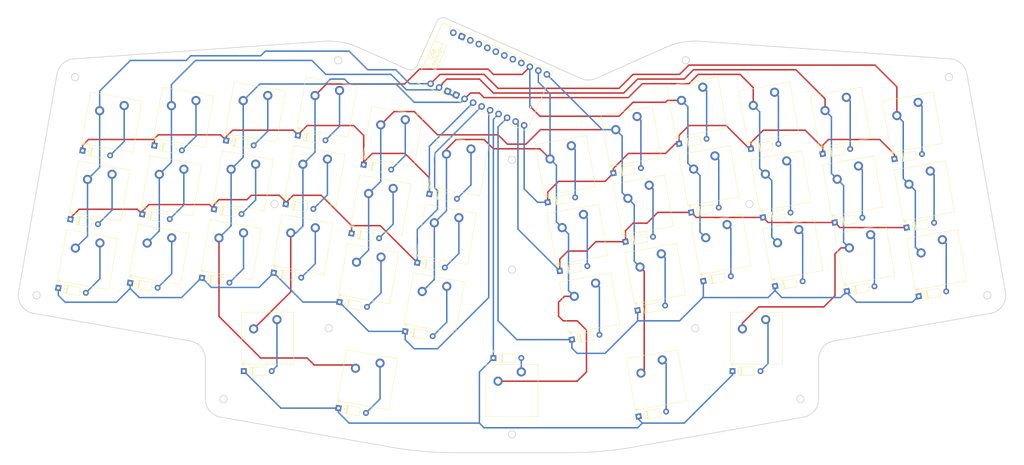
<source format=kicad_pcb>
(kicad_pcb (version 20221018) (generator pcbnew)
  (layers (0 "F.Cu" signal) (31 "B.Cu" signal) (34 "B.Paste" user) (35 "F.Paste" user) (36 "B.SilkS" user "B.Silkscreen") (37 "F.SilkS" user "F.Silkscreen") (38 "B.Mask" user) (39 "F.Mask" user) (44 "Edge.Cuts" user))
  (net 0 "")
  (net 1 "ROW0")
  (net 2 "Net-(D1-A)")
  (net 3 "Net-(D2-A)")
  (net 4 "Net-(D3-A)")
  (net 5 "Net-(D4-A)")
  (net 6 "Net-(D5-A)")
  (net 7 "Net-(D6-A)")
  (net 8 "Net-(D7-A)")
  (net 9 "Net-(D8-A)")
  (net 10 "Net-(D9-A)")
  (net 11 "Net-(D10-A)")
  (net 12 "Net-(D11-A)")
  (net 13 "Net-(D12-A)")
  (net 14 "Net-(D13-A)")
  (net 15 "Net-(D14-A)")
  (net 16 "Net-(D15-A)")
  (net 17 "Net-(D16-A)")
  (net 18 "Net-(D17-A)")
  (net 19 "Net-(D18-A)")
  (net 20 "Net-(D19-A)")
  (net 21 "Net-(D20-A)")
  (net 22 "Net-(D21-A)")
  (net 23 "Net-(D22-A)")
  (net 24 "Net-(D23-A)")
  (net 25 "Net-(D24-A)")
  (net 26 "Net-(D25-A)")
  (net 27 "Net-(D26-A)")
  (net 28 "Net-(D27-A)")
  (net 29 "Net-(D28-A)")
  (net 30 "Net-(D29-A)")
  (net 31 "Net-(D30-A)")
  (net 32 "Net-(D31-A)")
  (net 33 "Net-(D32-A)")
  (net 34 "Net-(D33-A)")
  (net 35 "Net-(D34-A)")
  (net 36 "Net-(D35-A)")
  (net 37 "Net-(D36-A)")
  (net 38 "Net-(D37-A)")
  (net 39 "Net-(D38-A)")
  (net 40 "Net-(D39-A)")
  (net 41 "Net-(D40-A)")
  (net 42 "Net-(D41-A)")
  (net 43 "COL0")
  (net 44 "COL1")
  (net 45 "COL2")
  (net 46 "COL3")
  (net 47 "COL4")
  (net 48 "COL5")
  (net 49 "GND")
  (net 53 "VCC")
  (net 56 "ROW1")
  (net 57 "ROW2")
  (net 58 "ROW3")
  (net 59 "ROW4")
  (net 60 "ROW5")
  (net 61 "ROW6")
  (footprint "Diode_THT:D_DO-35_SOD27_P7.62mm_Horizontal" (layer "F.Cu") (at 190.058447 137.791219 -10)
    (fp_text reference "D7" hide)
    (fp_text value "1N4148" hide)
  )
  (footprint "Diode_THT:D_DO-35_SOD27_P7.62mm_Horizontal" (layer "F.Cu") (at 225.631055 121.288057 10)
    (fp_text reference "D31" hide)
    (fp_text value "1N4148" hide)
  )
  (footprint "PCM_Switch_Keyboard_Cherry_MX:SW_Cherry_MX_PCB" (layer "F.Cu") (at 266.336648 95.299785 10)
    (fp_text reference "MX33" hide)
    (fp_text value "MX" hide)
  )
  (footprint "Diode_THT:D_DO-35_SOD27_P7.62mm_Horizontal" (layer "F.Cu") (at 168.545011 177.521543 -10)
    (fp_text reference "D40" hide)
    (fp_text value "1N4148" hide)
  )
  (footprint "Diode_THT:D_DO-35_SOD27_P7.62mm_Horizontal" (layer "F.Cu") (at 268.114227 142.812944 10)
    (fp_text reference "D21" hide)
    (fp_text value "1N4148" hide)
  )
  (footprint "Diode_THT:D_DO-35_SOD27_P7.62mm_Horizontal" (layer "F.Cu") (at 264.806229 124.052356 10)
    (fp_text reference "D27" hide)
    (fp_text value "1N4148" hide)
  )
  (footprint "PCM_Switch_Keyboard_Cherry_MX:SW_Cherry_MX_PCB" (layer "F.Cu") (at 149.225 158.4125)
    (fp_text reference "MX37" hide)
    (fp_text value "MX" hide)
  )
  (footprint "PCM_Switch_Keyboard_Cherry_MX:SW_Cherry_MX_PCB" (layer "F.Cu") (at 305.511823 98.064084 10)
    (fp_text reference "MX35" hide)
    (fp_text value "MX" hide)
  )
  (footprint "PCM_Switch_Keyboard_Cherry_MX:SW_Cherry_MX_PCB" (layer "F.Cu") (at 269.644646 114.060373 10)
    (fp_text reference "MX27" hide)
    (fp_text value "MX" hide)
  )
  (footprint "Diode_THT:D_DO-35_SOD27_P7.62mm_Horizontal" (layer "F.Cu") (at 276.075 167.4125)
    (fp_text reference "D41" hide)
    (fp_text value "1N4148" hide)
  )
  (footprint "PCM_Switch_Keyboard_Cherry_MX:SW_Cherry_MX_PCB" (layer "F.Cu") (at 145.875765 96.681934 -10)
    (fp_text reference "MX4" hide)
    (fp_text value "MX" hide)
  )
  (footprint "Diode_THT:D_DO-35_SOD27_P7.62mm_Horizontal" (layer "F.Cu") (at 150.883272 140.555517 -10)
    (fp_text reference "D15" hide)
    (fp_text value "1N4148" hide)
  )
  (footprint "Diode_THT:D_DO-35_SOD27_P7.62mm_Horizontal" (layer "F.Cu") (at 157.499268 103.034342 -10)
    (fp_text reference "D3" hide)
    (fp_text value "1N4148" hide)
  )
  (footprint "Diode_THT:D_DO-35_SOD27_P7.62mm_Horizontal" (layer "F.Cu") (at 228.939053 140.048645 10)
    (fp_text reference "D25" hide)
    (fp_text value "1N4148" hide)
  )
  (footprint "Diode_THT:D_DO-35_SOD27_P7.62mm_Horizontal" (layer "F.Cu") (at 92.120511 144.701964 -10)
    (fp_text reference "D18" hide)
    (fp_text value "1N4148" hide)
  )
  (footprint "PCM_Switch_Keyboard_Cherry_MX:SW_Cherry_MX_PCB" (layer "F.Cu") (at 183.39694 103.29793 -10)
    (fp_text reference "MX2" hide)
    (fp_text value "MX" hide)
  )
  (footprint "PCM_Switch_Keyboard_Cherry_MX:SW_Cherry_MX_PCB" (layer "F.Cu") (at 194.714533 148.81725 -10)
    (fp_text reference "MX13" hide)
    (fp_text value "MX" hide)
  )
  (footprint "Diode_THT:D_DO-35_SOD27_P7.62mm_Horizontal" (layer "F.Cu") (at 134.603683 123.177078 -10)
    (fp_text reference "D10" hide)
    (fp_text value "1N4148" hide)
  )
  (footprint "PCM_Switch_Keyboard_Cherry_MX:SW_Cherry_MX_PCB" (layer "F.Cu") (at 248.40306 103.29793 10)
    (fp_text reference "MX32" hide)
    (fp_text value "MX" hide)
  )
  (footprint "PCM_Switch_Keyboard_Cherry_MX:SW_Cherry_MX_PCB" (layer "F.Cu") (at 233.777469 130.056663 10)
    (fp_text reference "MX25" hide)
    (fp_text value "MX" hide)
  )
  (footprint "PCM_Switch_Keyboard_Cherry_MX:SW_Cherry_MX_PCB" (layer "F.Cu") (at 325.09941 99.446233 10)
    (fp_text reference "MX36" hide)
    (fp_text value "MX" hide)
  )
  (footprint "Diode_THT:D_DO-35_SOD27_P7.62mm_Horizontal" (layer "F.Cu") (at 137.911681 104.416491 -10)
    (fp_text reference "D4" hide)
    (fp_text value "1N4148" hide)
  )
  (footprint "Diode_THT:D_DO-35_SOD27_P7.62mm_Horizontal" (layer "F.Cu") (at 95.428509 125.941377 -10)
    (fp_text reference "D12" hide)
    (fp_text value "1N4148" hide)
  )
  (footprint "Diode_THT:D_DO-35_SOD27_P7.62mm_Horizontal" (layer "F.Cu") (at 232.24705 158.809233 10)
    (fp_text reference "D19" hide)
    (fp_text value "1N4148" hide)
  )
  (footprint "PCM_Switch_Keyboard_Cherry_MX:SW_Cherry_MX_PCB" (layer "F.Cu") (at 255.290905 169.786987 10)
    (fp_text reference "MX38" hide)
    (fp_text value "MX" hide)
  )
  (footprint "PCM_Switch_Keyboard_Cherry_MX:SW_Cherry_MX_PCB" (layer "F.Cu") (at 312.127818 135.585259 10)
    (fp_text reference "MX23" hide)
    (fp_text value "MX" hide)
  )
  (footprint "PCM_Switch_Keyboard_Cherry_MX:SW_Cherry_MX_PCB" (layer "F.Cu") (at 103.392593 118.20682 -10)
    (fp_text reference "MX12" hide)
    (fp_text value "MX" hide)
  )
  (footprint "Diode_THT:D_DO-35_SOD27_P7.62mm_Horizontal" (layer "F.Cu") (at 131.295685 141.937666 -10)
    (fp_text reference "D16" hide)
    (fp_text value "1N4148" hide)
  )
  (footprint "Diode_THT:D_DO-35_SOD27_P7.62mm_Horizontal" (layer "F.Cu") (at 246.872641 132.0505 10)
    (fp_text reference "D26" hide)
    (fp_text value "1N4148" hide)
  )
  (footprint "PCM_Switch_Keyboard_Cherry_MX:SW_Cherry_MX_PCB" (layer "F.Cu") (at 119.672182 135.585259 -10)
    (fp_text reference "MX17" hide)
    (fp_text value "MX" hide)
  )
  (footprint "Diode_THT:D_DO-35_SOD27_P7.62mm_Horizontal" (layer "F.Cu") (at 115.016096 124.559228 -10)
    (fp_text reference "D11" hide)
    (fp_text value "1N4148" hide)
  )
  (footprint "Diode_THT:D_DO-35_SOD27_P7.62mm_Horizontal" (layer "F.Cu") (at 142.725 167.4125)
    (fp_text reference "D37" hide)
    (fp_text value "1N4148" hide)
  )
  (footprint "Diode_THT:D_DO-35_SOD27_P7.62mm_Horizontal" (layer "F.Cu") (at 243.564643 113.289913 10)
    (fp_text reference "D32" hide)
    (fp_text value "1N4148" hide)
  )
  (footprint "Diode_THT:D_DO-35_SOD27_P7.62mm_Horizontal" (layer "F.Cu") (at 320.260993 109.438215 10)
    (fp_text reference "D36" hide)
    (fp_text value "1N4148" hide)
  )
  (footprint "Diode_THT:D_DO-35_SOD27_P7.62mm_Horizontal" (layer "F.Cu") (at 300.673406 108.056066 10)
    (fp_text reference "D35" hide)
    (fp_text value "1N4148" hide)
  )
  (footprint "Diode_THT:D_DO-35_SOD27_P7.62mm_Horizontal" (layer "F.Cu") (at 118.324094 105.79864 -10)
    (fp_text reference "D5" hide)
    (fp_text value "1N4148" hide)
  )
  (footprint "PCM_Switch_Keyboard_Cherry_MX:SW_Cherry_MX_PCB" (layer "F.Cu") (at 215.9 172.7)
    (fp_text reference "MX39" hide)
    (fp_text value "MX" hide)
  )
  (footprint "PCM_Switch_Keyboard_Cherry_MX:SW_Cherry_MX_PCB" (layer "F.Cu") (at 272.952644 132.820961 10)
    (fp_text reference "MX21" hide)
    (fp_text value "MX" hide)
  )
  (footprint "Diode_THT:D_DO-35_SOD27_P7.62mm_Horizontal" (layer "F.Cu") (at 175.432856 111.032486 -10)
    (fp_text reference "D2" hide)
    (fp_text value "1N4148" hide)
  )
  (footprint "PCM_Switch_Keyboard_Cherry_MX:SW_Cherry_MX_PCB" (layer "F.Cu") (at 308.81982 116.824671 10)
    (fp_text reference "MX29" hide)
    (fp_text value "MX" hide)
  )
  (footprint "PCM_Switch_Keyboard_Cherry_MX:SW_Cherry_MX_PCB" (layer "F.Cu") (at 251.711058 122.058518 10)
    (fp_text reference "MX26" hide)
    (fp_text value "MX" hide)
  )
  (footprint "PCM_Switch_Keyboard_Cherry_MX:SW_Cherry_MX_PCB" (layer "F.Cu") (at 331.715405 136.967408 10)
    (fp_text reference "MX24" hide)
    (fp_text value "MX" hide)
  )
  (footprint "PCM_Switch_Keyboard_Cherry_MX:SW_Cherry_MX_PCB" (layer "F.Cu") (at 139.259769 134.20311 -10)
    (fp_text reference "MX16" hide)
    (fp_text value "MX" hide)
  )
  (footprint "Diode_THT:D_DO-35_SOD27_P7.62mm_Horizontal" (layer "F.Cu") (at 186.750449 156.551806 -10)
    (fp_text reference "D13" hide)
    (fp_text value "1N4148" hide)
  )
  (footprint "PCM_Switch_Keyboard_Cherry_MX:SW_Cherry_MX_PCB" (layer "F.Cu") (at 237.085467 148.81725 10)
    (fp_text reference "MX19" hide)
    (fp_text value "MX" hide)
  )
  (footprint "Diode_THT:D_DO-35_SOD27_P7.62mm_Horizontal" (layer "F.Cu") (at 323.56899 128.198803 10)
    (fp_text reference "D30" hide)
    (fp_text value "1N4148" hide)
  )
  (footprint "PCM_Switch_Keyboard_Cherry_MX:SW_Cherry_MX_PCB" (layer "F.Cu") (at 328.407407 118.20682 10)
    (fp_text reference "MX30" hide)
    (fp_text value "MX" hide)
  )
  (footprint "PCM_Switch_Keyboard_Cherry_MX:SW_Cherry_MX_PCB" (layer "F.Cu") (at 285.924235 96.681935 10)
    (fp_text reference "MX34" hide)
    (fp_text value "MX" hide)
  )
  (footprint "Diode_THT:D_DO-35_SOD27_P7.62mm_Horizontal" (layer "F.Cu") (at 261.498231 105.291768 10)
    (fp_text reference "D33" hide)
    (fp_text value "1N4148" hide)
  )
  (footprint "PCM_Switch_Keyboard_Cherry_MX:SW_Cherry_MX_PCB" (layer "F.Cu") (at 176.509095 169.786987 -10)
    (fp_text reference "MX40" hide)
    (fp_text value "MX" hide)
  )
  (footprint "PCM_Switch_Keyboard_Cherry_MX:SW_Cherry_MX_PCB" (layer "F.Cu") (at 106.700591 99.446233 -10)
    (fp_text reference "MX6" hide)
    (fp_text value "MX" hide)
  )
  (footprint "Diode_THT:D_DO-35_SOD27_P7.62mm_Horizontal" (layer "F.Cu") (at 284.393816 125.434505 10)
    (fp_text reference "D28" hide)
    (fp_text value "1N4148" hide)
  )
  (footprint "Diode_THT:D_DO-35_SOD27_P7.62mm_Horizontal" (layer "F.Cu") (at 287.701814 144.195092 10)
    (fp_text reference "D22" hide)
    (fp_text value "1N4148" hide)
  )
  (footprint "Diode_THT:D_DO-35_SOD27_P7.62mm_Horizontal" (layer "F.Cu") (at 250.180639 150.811088 10)
    (fp_text reference "D20" hide)
    (fp_text value "1N4148" hide)
  )
  (footprint "PCM_Switch_Keyboard_Cherry_MX:SW_Cherry_MX_PCB" (layer "F.Cu") (at 292.540231 134.20311 10)
    (fp_text reference "MX22" hide)
    (fp_text value "MX" hide)
  )
  (footprint "PCM_Switch_Keyboard_Cherry_MX:SW_Cherry_MX_PCB" (layer "F.Cu") (at 282.575 158.4125)
    (fp_text reference "MX41" hide)
    (fp_text value "MX" hide)
  )
  (footprint "PCM_Switch_Keyboard_Cherry_MX:SW_Cherry_MX_PCB" (layer "F.Cu") (at 142.567767 115.442522 -10)
    (fp_text reference "MX10" hide)
    (fp_text value "MX" hide)
  )
  (footprint "PCM_Switch_Keyboard_Cherry_MX:SW_Cherry_MX_PCB" (layer "F.Cu") (at 198.022531 130.056663 -10)
    (fp_text reference "MX7" hide)
    (fp_text value "MX" hide)
  )
  (footprint "Diode_THT:D_DO-35_SOD27_P7.62mm_Horizontal" (layer "F.Cu") (at 193.366444 119.030631 -10)
    (fp_text reference "D1" hide)
    (fp_text value "1N4148" hide)
  )
  (footprint "Diode_THT:D_DO-35_SOD27_P7.62mm_Horizontal" (layer "F.Cu") (at 307.289401 145.577242 10)
    (fp_text reference "D23" hide)
    (fp_text value "1N4148" hide)
  )
  (footprint "PCM_Switch_Keyboard_Cherry_MX:SW_Cherry_MX_PCB" (layer "F.Cu") (at 158.847356 132.820961 -10)
    (fp_text reference "MX15" hide)
    (fp_text value "MX" hide)
  )
  (footprint "Diode_THT:D_DO-35_SOD27_P7.62mm_Horizontal" (layer "F.Cu") (at 210.82 163.83)
    (fp_text reference "D39" hide)
    (fp_text value "1N4148" hide)
  )
  (footprint "PCM_marbastlib-xp-promicroish:ProMicro_USBup" (layer "F.Cu") (at 209.55 87.63 66)
    (fp_text reference "U1" hide)
    (fp_text value "ProMicro" hide)
  )
  (footprint "Diode_THT:D_DO-35_SOD27_P7.62mm_Horizontal" (layer "F.Cu") (at 154.19127 121.794929 -10)
    (fp_text reference "D9" hide)
    (fp_text value "1N4148" hide)
  )
  (footprint "Diode_THT:D_DO-35_SOD27_P7.62mm_Horizontal" (layer "F.Cu") (at 250.452488 179.778969 10)
    (fp_text reference "D38" hide)
    (fp_text value "1N4148" hide)
  )
  (footprint "Diode_THT:D_DO-35_SOD27_P7.62mm_Horizontal" (layer "F.Cu") (at 281.085818 106.673917 10)
    (fp_text reference "D34" hide)
    (fp_text value "1N4148" hide)
  )
  (footprint "Diode_THT:D_DO-35_SOD27_P7.62mm_Horizontal" (layer "F.Cu") (at 303.981403 126.816654 10)
    (fp_text reference "D29" hide)
    (fp_text value "1N4148" hide)
  )
  (footprint "PCM_Switch_Keyboard_Cherry_MX:SW_Cherry_MX_PCB" (layer "F.Cu") (at 201.330529 111.296075 -10)
    (fp_text reference "MX1" hide)
    (fp_text value "MX" hide)
  )
  (footprint "PCM_Switch_Keyboard_Cherry_MX:SW_Cherry_MX_PCB" (layer "F.Cu") (at 122.98018 116.824671 -10)
    (fp_text reference "MX11" hide)
    (fp_text value "MX" hide)
  )
  (footprint "PCM_Switch_Keyboard_Cherry_MX:SW_Cherry_MX_PCB" (layer "F.Cu") (at 176.780945 140.819106 -10)
    (fp_text reference "MX14" hide)
    (fp_text value "MX" hide)
  )
  (footprint "PCM_Switch_Keyboard_Cherry_MX:SW_Cherry_MX_PCB" (layer "F.Cu") (at 289.232233 115.442522 10)
    (fp_text reference "MX28" hide)
    (fp_text value "MX" hide)
  )
  (footprint "Diode_THT:D_DO-35_SOD27_P7.62mm_Horizontal" (layer "F.Cu") (at 172.124858 129.793074 -10)
    (fp_text reference "D8" hide)
    (fp_text value "1N4148" hide)
  )
  (footprint "PCM_Switch_Keyboard_Cherry_MX:SW_Cherry_MX_PCB" (layer "F.Cu") (at 180.088943 122.058518 -10)
    (fp_text reference "MX8" hide)
    (fp_text value "MX" hide)
  )
  (footprint "PCM_Switch_Keyboard_Cherry_MX:SW_Cherry_MX_PCB" (layer "F.Cu") (at 255.019056 140.819105 10)
    (fp_text reference "MX20" hide)
    (fp_text value "MX" hide)
  )
  (footprint "PCM_Switch_Keyboard_Cherry_MX:SW_Cherry_MX_PCB" (layer "F.Cu") (at 162.155355 114.060373 -10)
    (fp_text reference "MX9" hide)
    (fp_text value "MX" hide)
  )
  (footprint "PCM_Switch_Keyboard_Cherry_MX:SW_Cherry_MX_PCB" (layer "F.Cu") (at 126.288178 98.064084 -10)
    (fp_text reference "MX5" hide)
    (fp_text value "MX" hide)
  )
  (footprint "PCM_Switch_Keyboard_Cherry_MX:SW_Cherry_MX_PCB" (layer "F.Cu") (at 100.084595 136.967408 -10)
    (fp_text reference "MX18" hide)
    (fp_text value "MX" hide)
  )
  (footprint "PCM_Switch_Keyboard_Cherry_MX:SW_Cherry_MX_PCB" (layer "F.Cu") (at 165.463352 95.299785 -10)
    (fp_text reference "MX3" hide)
    (fp_text value "MX" hide)
  )
  (footprint "Diode_THT:D_DO-35_SOD27_P7.62mm_Horizontal" (layer "F.Cu") (at 111.708098 143.319815 -10)
    (fp_text reference "D17" hide)
    (fp_text value "1N4148" hide)
  )
  (footprint "PCM_Switch_Keyboard_Cherry_MX:SW_Cherry_MX_PCB" (layer "F.Cu") (at 230.469472 111.296075 10)
    (fp_text reference "MX31" hide)
    (fp_text value "MX" hide)
  )
  (footprint "Diode_THT:D_DO-35_SOD27_P7.62mm_Horizontal" (layer "F.Cu") (at 168.816861 148.553662 -10)
    (fp_text reference "D14" hide)
    (fp_text value "1N4148" hide)
  )
  (footprint "Diode_THT:D_DO-35_SOD27_P7.62mm_Horizontal" (layer "F.Cu") (at 326.876988 146.959391 10)
    (fp_text reference "D24" hide)
    (fp_text value "1N4148" hide)
  )
  (footprint "Diode_THT:D_DO-35_SOD27_P7.62mm_Horizontal" (layer "F.Cu") (at 98.736507 107.180789 -10)
    (fp_text reference "D6" hide)
    (fp_text value "1N4148" hide)
  )
  (gr_arc (start 299.575 175.04526) (mid 298.405237 178.25922) (end 295.443241 179.969298) (stroke (width 0.2)) (layer "Edge.Cuts"))
  (gr_arc (start 195.310039 72.075465) (mid 196.421061 71.022481) (end 197.951244 71.063518) (stroke (width 0.2)) (layer "Edge.Cuts"))
  (gr_line (start 257.776521 79.006112) (end 238.804971 87.467174) (stroke (width 0.2)) (layer "Edge.Cuts"))
  (gr_line (start 136.356759 179.969298) (end 182.926359 188.180775) (stroke (width 0.2)) (layer "Edge.Cuts"))
  (gr_arc (start 257.776521 79.006112) (mid 262.449847 77.575721) (end 267.33056 77.321477) (stroke (width 0.2)) (layer "Edge.Cuts"))
  (gr_line (start 85.314883 151.625361) (end 128.093241 159.16834) (stroke (width 0.2)) (layer "Edge.Cuts"))
  (gr_line (start 91.765474 86.24839) (end 81.259085 145.833082) (stroke (width 0.2)) (layer "Edge.Cuts"))
  (gr_line (start 96.337575 82.129032) (end 164.46944 77.321477) (stroke (width 0.2)) (layer "Edge.Cuts"))
  (gr_circle (center 96.689513 87.116631) (end 97.689513 87.116631) (stroke (width 0.2)) (fill none) (layer "Edge.Cuts"))
  (gr_circle (center 335.110487 87.116631) (end 336.110487 87.116631) (stroke (width 0.2)) (fill none) (layer "Edge.Cuts"))
  (gr_circle (center 215.9 139.7) (end 216.9 139.7) (stroke (width 0.2)) (fill none) (layer "Edge.Cuts"))
  (gr_line (start 335.462425 82.129032) (end 267.33056 77.321477) (stroke (width 0.2)) (layer "Edge.Cuts"))
  (gr_circle (center 165.9 155.7) (end 166.9 155.7) (stroke (width 0.2)) (fill none) (layer "Edge.Cuts"))
  (gr_line (start 209.4 189.7) (end 200.291177 189.7) (stroke (width 0.2)) (layer "Edge.Cuts"))
  (gr_circle (center 168.481912 82.499755) (end 169.481912 82.499755) (stroke (width 0.2)) (fill none) (layer "Edge.Cuts"))
  (gr_line (start 132.225 164.092379) (end 132.225 175.04526) (stroke (width 0.2)) (layer "Edge.Cuts"))
  (gr_line (start 174.023479 79.006112) (end 187.373747 84.960156) (stroke (width 0.2)) (layer "Edge.Cuts"))
  (gr_circle (center 345.616876 146.701323) (end 346.616876 146.701323) (stroke (width 0.2)) (fill none) (layer "Edge.Cuts"))
  (gr_arc (start 350.540915 145.833082) (mid 349.712625 149.569185) (end 346.485117 151.625361) (stroke (width 0.2)) (layer "Edge.Cuts"))
  (gr_arc (start 190.014951 83.948209) (mid 188.90393 85.001194) (end 187.373747 84.960156) (stroke (width 0.2)) (layer "Edge.Cuts"))
  (gr_line (start 190.014951 83.948209) (end 195.310039 72.075465) (stroke (width 0.2)) (layer "Edge.Cuts"))
  (gr_line (start 303.706759 159.16834) (end 346.485117 151.625361) (stroke (width 0.2)) (layer "Edge.Cuts"))
  (gr_line (start 340.034526 86.24839) (end 350.540915 145.833082) (stroke (width 0.2)) (layer "Edge.Cuts"))
  (gr_arc (start 136.356759 179.969298) (mid 133.394778 178.259198) (end 132.225 175.04526) (stroke (width 0.2)) (layer "Edge.Cuts"))
  (gr_circle (center 215.9 109.7) (end 216.9 109.7) (stroke (width 0.2)) (fill none) (layer "Edge.Cuts"))
  (gr_arc (start 248.873641 188.180775) (mid 240.224397 189.31947) (end 231.508823 189.7) (stroke (width 0.2)) (layer "Edge.Cuts"))
  (gr_circle (center 215.9 184.7) (end 216.9 184.7) (stroke (width 0.2)) (fill none) (layer "Edge.Cuts"))
  (gr_arc (start 299.575 164.092379) (mid 300.744786 160.878453) (end 303.706759 159.16834) (stroke (width 0.2)) (layer "Edge.Cuts"))
  (gr_circle (center 151.121061 121.786668) (end 152.121061 121.786668) (stroke (width 0.2)) (fill none) (layer "Edge.Cuts"))
  (gr_circle (center 294.575 175.04526) (end 295.575 175.04526) (stroke (width 0.2)) (fill none) (layer "Edge.Cuts"))
  (gr_circle (center 263.318088 82.499755) (end 264.318088 82.499755) (stroke (width 0.2)) (fill none) (layer "Edge.Cuts"))
  (gr_arc (start 85.314883 151.625361) (mid 82.087364 149.569205) (end 81.259085 145.833082) (stroke (width 0.2)) (layer "Edge.Cuts"))
  (gr_line (start 299.575 164.092379) (end 299.575 175.04526) (stroke (width 0.2)) (layer "Edge.Cuts"))
  (gr_arc (start 200.291177 189.7) (mid 191.575603 189.31947) (end 182.926359 188.180775) (stroke (width 0.2)) (layer "Edge.Cuts"))
  (gr_arc (start 335.462425 82.129032) (mid 338.457314 83.401964) (end 340.034526 86.24839) (stroke (width 0.2)) (layer "Edge.Cuts"))
  (gr_line (start 197.951244 71.063518) (end 234.731826 87.467174) (stroke (width 0.2)) (layer "Edge.Cuts"))
  (gr_arc (start 164.46944 77.321477) (mid 169.350153 77.575717) (end 174.023479 79.006112) (stroke (width 0.2)) (layer "Edge.Cuts"))
  (gr_circle (center 86.183124 146.701323) (end 87.183124 146.701323) (stroke (width 0.2)) (fill none) (layer "Edge.Cuts"))
  (gr_circle (center 280.678939 121.786668) (end 281.678939 121.786668) (stroke (width 0.2)) (fill none) (layer "Edge.Cuts"))
  (gr_arc (start 238.804971 87.467174) (mid 236.768399 87.900734) (end 234.731826 87.467174) (stroke (width 0.2)) (layer "Edge.Cuts"))
  (gr_arc (start 128.093241 159.16834) (mid 131.055222 160.878441) (end 132.225 164.092379) (stroke (width 0.2)) (layer "Edge.Cuts"))
  (gr_arc (start 91.765474 86.24839) (mid 93.342685 83.401965) (end 96.337575 82.129032) (stroke (width 0.2)) (layer "Edge.Cuts"))
  (gr_line (start 209.4 189.7) (end 222.4 189.7) (stroke (width 0.2)) (layer "Edge.Cuts"))
  (gr_line (start 295.443241 179.969298) (end 248.873641 188.180775) (stroke (width 0.2)) (layer "Edge.Cuts"))
  (gr_circle (center 137.225 175.04526) (end 138.225 175.04526) (stroke (width 0.2)) (fill none) (layer "Edge.Cuts"))
  (gr_line (start 222.4 189.7) (end 231.508823 189.7) (stroke (width 0.2)) (layer "Edge.Cuts"))
  (gr_circle (center 265.9 155.7) (end 266.9 155.7) (stroke (width 0.2)) (fill none) (layer "Edge.Cuts"))
  (segment (start 186.69 107.95) (end 177.8 107.95) (width 0.4) (layer "F.Cu") (net 1))
  (segment (start 172.72 100.33) (end 160.02 100.33) (width 0.4) (layer "F.Cu") (net 1))
  (segment (start 118.11 104.14) (end 100.33 104.14) (width 0.4) (layer "F.Cu") (net 1))
  (segment (start 193.366444 119.030631) (end 193.366444 114.626444) (width 0.4) (layer "F.Cu") (net 1))
  (segment (start 175.432856 103.042856) (end 172.72 100.33) (width 0.4) (layer "F.Cu") (net 1))
  (segment (start 98.736507 105.733493) (end 98.736507 107.180789) (width 0.4) (layer "F.Cu") (net 1))
  (segment (start 193.366444 114.626444) (end 186.69 107.95) (width 0.4) (layer "F.Cu") (net 1))
  (segment (start 139.7 101.6) (end 137.911681 103.388319) (width 0.4) (layer "F.Cu") (net 1))
  (segment (start 119.38 102.87) (end 136.36519 102.87) (width 0.4) (layer "F.Cu") (net 1))
  (segment (start 175.432856 110.317144) (end 175.432856 111.032486) (width 0.4) (layer "F.Cu") (net 1))
  (segment (start 137.911681 103.388319) (end 137.911681 104.416491) (width 0.4) (layer "F.Cu") (net 1))
  (segment (start 136.36519 102.87) (end 137.911681 104.416491) (width 0.4) (layer "F.Cu") (net 1))
  (segment (start 118.324094 104.14) (end 118.11 104.14) (width 0.4) (layer "F.Cu") (net 1))
  (segment (start 118.324094 104.14) (end 118.324094 105.79864) (width 0.4) (layer "F.Cu") (net 1))
  (segment (start 100.33 104.14) (end 98.736507 105.733493) (width 0.4) (layer "F.Cu") (net 1))
  (segment (start 160.02 100.33) (end 157.499268 102.850732) (width 0.4) (layer "F.Cu") (net 1))
  (segment (start 156.21 101.6) (end 139.7 101.6) (width 0.4) (layer "F.Cu") (net 1))
  (segment (start 177.8 107.95) (end 175.432856 110.317144) (width 0.4) (layer "F.Cu") (net 1))
  (segment (start 118.11 104.14) (end 119.38 102.87) (width 0.4) (layer "F.Cu") (net 1))
  (segment (start 175.432856 111.032486) (end 175.432856 103.042856) (width 0.4) (layer "F.Cu") (net 1))
  (segment (start 157.499268 102.889268) (end 156.21 101.6) (width 0.4) (layer "F.Cu") (net 1))
  (segment (start 193.366444 105.998681) (end 193.366444 119.030631) (width 0.4) (layer "B.Cu") (net 1))
  (segment (start 205.290464 94.074661) (end 193.366444 105.998681) (width 0.4) (layer "B.Cu") (net 1))
  (segment (start 200.870679 120.35383) (end 204.714073 116.510436) (width 0.4) (layer "B.Cu") (net 2))
  (segment (start 204.714073 116.510436) (end 204.714073 106.734318) (width 0.4) (layer "B.Cu") (net 2))
  (segment (start 182.937091 112.355685) (end 186.780484 108.512292) (width 0.4) (layer "B.Cu") (net 3))
  (segment (start 186.780484 108.512292) (end 186.780484 98.736173) (width 0.4) (layer "B.Cu") (net 3))
  (segment (start 165.003503 104.357541) (end 168.846896 100.514148) (width 0.4) (layer "B.Cu") (net 4))
  (segment (start 168.846896 100.514148) (end 168.846896 90.738028) (width 0.4) (layer "B.Cu") (net 4))
  (segment (start 145.415916 105.73969) (end 149.259309 101.896297) (width 0.4) (layer "B.Cu") (net 5))
  (segment (start 149.259309 101.896297) (end 149.259309 92.120177) (width 0.4) (layer "B.Cu") (net 5))
  (segment (start 125.828329 107.121839) (end 129.671722 103.278446) (width 0.4) (layer "B.Cu") (net 6))
  (segment (start 129.671722 103.278446) (end 129.671722 93.502327) (width 0.4) (layer "B.Cu") (net 6))
  (segment (start 110.084135 104.660595) (end 110.084135 94.884476) (width 0.4) (layer "B.Cu") (net 7))
  (segment (start 106.240742 108.503988) (end 110.084135 104.660595) (width 0.4) (layer "B.Cu") (net 7))
  (segment (start 197.562682 139.114418) (end 201.406075 135.271025) (width 0.4) (layer "B.Cu") (net 8))
  (segment (start 201.406075 135.271025) (end 201.406075 125.494906) (width 0.4) (layer "B.Cu") (net 8))
  (segment (start 179.629093 131.116273) (end 183.472487 127.272879) (width 0.4) (layer "B.Cu") (net 9))
  (segment (start 183.472487 127.272879) (end 183.472487 117.496761) (width 0.4) (layer "B.Cu") (net 9))
  (segment (start 161.695505 123.118128) (end 165.538899 119.274734) (width 0.4) (layer "B.Cu") (net 10))
  (segment (start 165.538899 119.274734) (end 165.538899 109.498616) (width 0.4) (layer "B.Cu") (net 10))
  (segment (start 145.951311 120.656884) (end 145.951311 110.880765) (width 0.4) (layer "B.Cu") (net 11))
  (segment (start 142.107918 124.500277) (end 145.951311 120.656884) (width 0.4) (layer "B.Cu") (net 11))
  (segment (start 122.520331 125.882427) (end 126.363724 122.039034) (width 0.4) (layer "B.Cu") (net 12))
  (segment (start 126.363724 122.039034) (end 126.363724 112.262914) (width 0.4) (layer "B.Cu") (net 12))
  (segment (start 106.776137 123.421183) (end 106.776137 113.645063) (width 0.4) (layer "B.Cu") (net 13))
  (segment (start 102.932744 127.264576) (end 106.776137 123.421183) (width 0.4) (layer "B.Cu") (net 13))
  (segment (start 194.254684 157.875005) (end 198.098077 154.031612) (width 0.4) (layer "B.Cu") (net 14))
  (segment (start 198.098077 154.031612) (end 198.098077 144.255493) (width 0.4) (layer "B.Cu") (net 14))
  (segment (start 176.321096 149.876861) (end 180.164489 146.033468) (width 0.4) (layer "B.Cu") (net 15))
  (segment (start 180.164489 146.033468) (end 180.164489 136.257349) (width 0.4) (layer "B.Cu") (net 15))
  (segment (start 162.2309 138.035323) (end 162.2309 128.259204) (width 0.4) (layer "B.Cu") (net 16))
  (segment (start 158.387507 141.878716) (end 162.2309 138.035323) (width 0.4) (layer "B.Cu") (net 16))
  (segment (start 142.643313 139.417472) (end 142.643313 129.641353) (width 0.4) (layer "B.Cu") (net 17))
  (segment (start 138.79992 143.260865) (end 142.643313 139.417472) (width 0.4) (layer "B.Cu") (net 17))
  (segment (start 123.055726 140.799621) (end 123.055726 131.023502) (width 0.4) (layer "B.Cu") (net 18))
  (segment (start 119.212333 144.643014) (end 123.055726 140.799621) (width 0.4) (layer "B.Cu") (net 18))
  (segment (start 103.468139 142.18177) (end 103.468139 132.405651) (width 0.4) (layer "B.Cu") (net 19))
  (segment (start 99.624746 146.025163) (end 103.468139 142.18177) (width 0.4) (layer "B.Cu") (net 19))
  (segment (start 239.751285 144.419899) (end 238.704746 143.37336) (width 0.4) (layer "B.Cu") (net 20))
  (segment (start 239.751285 157.486034) (end 239.751285 144.419899) (width 0.4) (layer "B.Cu") (net 20))
  (segment (start 257.684874 149.487889) (end 257.684874 136.421754) (width 0.4) (layer "B.Cu") (net 21))
  (segment (start 257.684874 136.421754) (end 256.638335 135.375215) (width 0.4) (layer "B.Cu") (net 21))
  (segment (start 275.618462 128.42361) (end 274.571923 127.377071) (width 0.4) (layer "B.Cu") (net 22))
  (segment (start 275.618462 141.489745) (end 275.618462 128.42361) (width 0.4) (layer "B.Cu") (net 22))
  (segment (start 295.206049 129.805759) (end 294.15951 128.75922) (width 0.4) (layer "B.Cu") (net 23))
  (segment (start 295.206049 142.871893) (end 295.206049 129.805759) (width 0.4) (layer "B.Cu") (net 23))
  (segment (start 314.793636 131.187908) (end 313.747097 130.141369) (width 0.4) (layer "B.Cu") (net 24))
  (segment (start 314.793636 144.254043) (end 314.793636 131.187908) (width 0.4) (layer "B.Cu") (net 24))
  (segment (start 334.381223 145.636192) (end 334.381223 132.570057) (width 0.4) (layer "B.Cu") (net 25))
  (segment (start 334.381223 132.570057) (end 333.334684 131.523518) (width 0.4) (layer "B.Cu") (net 25))
  (segment (start 236.443288 125.659313) (end 235.396748 124.612773) (width 0.4) (layer "B.Cu") (net 26))
  (segment (start 236.443288 138.725446) (end 236.443288 125.659313) (width 0.4) (layer "B.Cu") (net 26))
  (segment (start 254.376876 130.727301) (end 254.376876 117.661167) (width 0.4) (layer "B.Cu") (net 27))
  (segment (start 254.376876 117.661167) (end 253.330337 116.614628) (width 0.4) (layer "B.Cu") (net 27))
  (segment (start 272.310464 122.729157) (end 272.310464 109.663022) (width 0.4) (layer "B.Cu") (net 28))
  (segment (start 272.310464 109.663022) (end 271.263925 108.616483) (width 0.4) (layer "B.Cu") (net 28))
  (segment (start 291.898051 124.111306) (end 291.898051 111.045171) (width 0.4) (layer "B.Cu") (net 29))
  (segment (start 291.898051 111.045171) (end 290.851512 109.998632) (width 0.4) (layer "B.Cu") (net 29))
  (segment (start 311.485638 112.42732) (end 310.439099 111.380781) (width 0.4) (layer "B.Cu") (net 30))
  (segment (start 311.485638 125.493455) (end 311.485638 112.42732) (width 0.4) (layer "B.Cu") (net 30))
  (segment (start 331.073225 126.875604) (end 331.073225 113.809469) (width 0.4) (layer "B.Cu") (net 31))
  (segment (start 331.073225 113.809469) (end 330.026686 112.76293) (width 0.4) (layer "B.Cu") (net 31))
  (segment (start 233.13529 106.898724) (end 232.088751 105.852185) (width 0.4) (layer "B.Cu") (net 32))
  (segment (start 233.13529 119.964858) (end 233.13529 106.898724) (width 0.4) (layer "B.Cu") (net 32))
  (segment (start 251.068878 111.966714) (end 251.068878 98.900579) (width 0.4) (layer "B.Cu") (net 33))
  (segment (start 251.068878 98.900579) (end 250.022339 97.85404) (width 0.4) (layer "B.Cu") (net 33))
  (segment (start 269.002466 103.968569) (end 269.002466 90.902434) (width 0.4) (layer "B.Cu") (net 34))
  (segment (start 269.002466 90.902434) (end 267.955927 89.855895) (width 0.4) (layer "B.Cu") (net 34))
  (segment (start 288.590053 92.284584) (end 287.543514 91.238045) (width 0.4) (layer "B.Cu") (net 35))
  (segment (start 288.590053 105.350718) (end 288.590053 92.284584) (width 0.4) (layer "B.Cu") (net 35))
  (segment (start 308.177641 93.666733) (end 307.131102 92.620194) (width 0.4) (layer "B.Cu") (net 36))
  (segment (start 308.177641 106.732867) (end 308.177641 93.666733) (width 0.4) (layer "B.Cu") (net 36))
  (segment (start 327.765228 95.048882) (end 326.718689 94.002343) (width 0.4) (layer "B.Cu") (net 37))
  (segment (start 327.765228 108.115016) (end 327.765228 95.048882) (width 0.4) (layer "B.Cu") (net 37))
  (segment (start 150.345 167.4125) (end 151.765 165.9925) (width 0.4) (layer "B.Cu") (net 38))
  (segment (start 151.765 165.9925) (end 151.765 153.3325) (width 0.4) (layer "B.Cu") (net 38))
  (segment (start 257.956723 178.45577) (end 257.956723 165.389636) (width 0.4) (layer "B.Cu") (net 39))
  (segment (start 257.956723 165.389636) (end 256.910184 164.343097) (width 0.4) (layer "B.Cu") (net 39))
  (segment (start 218.44 167.62) (end 218.44 163.83) (width 0.4) (layer "B.Cu") (net 40))
  (segment (start 176.049246 178.844742) (end 179.892639 175.001349) (width 0.4) (layer "B.Cu") (net 41))
  (segment (start 179.892639 175.001349) (end 179.892639 165.22523) (width 0.4) (layer "B.Cu") (net 41))
  (segment (start 283.695 167.4125) (end 285.75 165.3575) (width 0.4) (layer "B.Cu") (net 42))
  (segment (start 285.75 165.3575) (end 285.75 153.9675) (width 0.4) (layer "B.Cu") (net 42))
  (segment (start 233.68 153.67) (end 229.87 153.67) (width 0.4) (layer "F.Cu") (net 43))
  (segment (start 212.09 170.16) (end 233.66 170.16) (width 0.4) (layer "F.Cu") (net 43))
  (segment (start 230.212562 146.977438) (end 232.892283 146.977438) (width 0.4) (layer "F.Cu") (net 43))
  (segment (start 236.22 167.64) (end 236.22 156.21) (width 0.4) (layer "F.Cu") (net 43))
  (segment (start 229.87 153.67) (end 228.6 152.4) (width 0.4) (layer "F.Cu") (net 43))
  (segment (start 200.66 104.14) (end 198.019478 106.780522) (width 0.4) (layer "F.Cu") (net 43))
  (segment (start 228.6 148.59) (end 230.212562 146.977438) (width 0.4) (layer "F.Cu") (net 43))
  (segment (start 223.52 106.68) (end 223.52 106.699975) (width 0.4) (layer "F.Cu") (net 43))
  (segment (start 233.66 170.16) (end 233.68 170.18) (width 0.4) (layer "F.Cu") (net 43))
  (segment (start 228.6 152.4) (end 228.6 148.59) (width 0.4) (layer "F.Cu") (net 43))
  (segment (start 223.52 106.699975) (end 226.276288 109.456263) (width 0.4) (layer "F.Cu") (net 43))
  (segment (start 198.019478 106.780522) (end 198.019478 108.133064) (width 0.4) (layer "F.Cu") (net 43))
  (segment (start 233.68 170.18) (end 236.22 167.64) (width 0.4) (layer "F.Cu") (net 43))
  (segment (start 208.28 104.14) (end 210.82 106.68) (width 0.4) (layer "F.Cu") (net 43))
  (segment (start 208.28 104.14) (end 200.66 104.14) (width 0.4) (layer "F.Cu") (net 43))
  (segment (start 210.82 106.68) (end 223.52 106.68) (width 0.4) (layer "F.Cu") (net 43))
  (segment (start 236.22 156.21) (end 233.68 153.67) (width 0.4) (layer "F.Cu") (net 43))
  (segment (start 228.019472 126.652038) (end 228.019472 111.199447) (width 0.4) (layer "B.Cu") (net 43))
  (segment (start 232.892283 146.977438) (end 231.327469 145.412624) (width 0.4) (layer "B.Cu") (net 43))
  (segment (start 194.71148 126.893652) (end 198.019478 123.585654) (width 0.4) (layer "B.Cu") (net 43))
  (segment (start 223.091158 88.471158) (end 226.276288 91.656288) (width 0.4) (layer "B.Cu") (net 43))
  (segment (start 198.019478 123.585654) (end 198.019478 108.133064) (width 0.4) (layer "B.Cu") (net 43))
  (segment (start 223.091158 85.317783) (end 223.091158 88.471158) (width 0.4) (layer "B.Cu") (net 43))
  (segment (start 228.019472 111.199447) (end 226.276288 109.456263) (width 0.4) (layer "B.Cu") (net 43))
  (segment (start 231.327469 145.412624) (end 231.327469 129.960035) (width 0.4) (layer "B.Cu") (net 43))
  (segment (start 194.71148 142.346241) (end 194.71148 126.893652) (width 0.4) (layer "B.Cu") (net 43))
  (segment (start 231.327469 129.960035) (end 229.584285 128.216851) (width 0.4) (layer "B.Cu") (net 43))
  (segment (start 229.584285 128.216851) (end 228.019472 126.652038) (width 0.4) (layer "B.Cu") (net 43))
  (segment (start 226.276288 91.656288) (end 226.276288 109.456263) (width 0.4) (layer "B.Cu") (net 43))
  (segment (start 191.403482 145.654239) (end 194.71148 142.346241) (width 0.4) (layer "B.Cu") (net 43))
  (segment (start 189.23 96.52) (end 183.700808 96.52) (width 0.4) (layer "F.Cu") (net 44))
  (segment (start 183.700808 96.52) (end 180.085889 100.134919) (width 0.4) (layer "F.Cu") (net 44))
  (segment (start 251.978242 167.066654) (end 251.978242 140.131663) (width 0.4) (layer "F.Cu") (net 44))
  (segment (start 223.661882 101.458118) (end 219.71 105.41) (width 0.4) (layer "F.Cu") (net 44))
  (segment (start 251.978242 140.131663) (end 250.825872 138.979293) (width 0.4) (layer "F.Cu") (net 44))
  (segment (start 251.097721 167.947175) (end 251.978242 167.066654) (width 0.4) (layer "F.Cu") (net 44))
  (segment (start 212.09 102.87) (end 195.58 102.87) (width 0.4) (layer "F.Cu") (net 44))
  (segment (start 214.63 105.41) (end 212.09 102.87) (width 0.4) (layer "F.Cu") (net 44))
  (segment (start 195.58 102.87) (end 189.23 96.52) (width 0.4) (layer "F.Cu") (net 44))
  (segment (start 244.209876 101.458118) (end 223.661882 101.458118) (width 0.4) (layer "F.Cu") (net 44))
  (segment (start 219.71 105.41) (end 214.63 105.41) (width 0.4) (layer "F.Cu") (net 44))
  (segment (start 247.517874 120.218706) (end 245.95306 118.653892) (width 0.4) (layer "B.Cu") (net 44))
  (segment (start 249.261058 137.414479) (end 249.261058 121.96189) (width 0.4) (layer "B.Cu") (net 44))
  (segment (start 250.825872 138.979293) (end 249.261058 137.414479) (width 0.4) (layer "B.Cu") (net 44))
  (segment (start 176.777892 118.895507) (end 180.085889 115.58751) (width 0.4) (layer "B.Cu") (net 44))
  (segment (start 240.518786 101.458118) (end 225.411563 86.350895) (width 0.4) (layer "B.Cu") (net 44))
  (segment (start 176.777892 134.348097) (end 176.777892 118.895507) (width 0.4) (layer "B.Cu") (net 44))
  (segment (start 245.95306 118.653892) (end 245.95306 103.201302) (width 0.4) (layer "B.Cu") (net 44))
  (segment (start 173.469894 137.656095) (end 176.777892 134.348097) (width 0.4) (layer "B.Cu") (net 44))
  (segment (start 245.95306 103.201302) (end 244.209876 101.458118) (width 0.4) (layer "B.Cu") (net 44))
  (segment (start 180.085889 115.58751) (end 180.085889 100.134919) (width 0.4) (layer "B.Cu") (net 44))
  (segment (start 249.261058 121.96189) (end 247.517874 120.218706) (width 0.4) (layer "B.Cu") (net 44))
  (segment (start 244.209876 101.458118) (end 240.518786 101.458118) (width 0.4) (layer "B.Cu") (net 44))
  (segment (start 145.415 155.8725) (end 155.536305 145.751195) (width 0.4) (layer "F.Cu") (net 45))
  (segment (start 186.601972 88.988028) (end 165.301047 88.988028) (width 0.4) (layer "F.Cu") (net 45))
  (segment (start 190.67155 84.91845) (end 186.601972 88.988028) (width 0.4) (layer "F.Cu") (net 45))
  (segment (start 165.301047 88.988028) (end 162.152301 92.136774) (width 0.4) (layer "F.Cu") (net 45))
  (segment (start 220.98 95.25) (end 223.52 97.79) (width 0.4) (layer "F.Cu") (net 45))
  (segment (start 257.81 93.98) (end 258.330027 93.459973) (width 0.4) (layer "F.Cu") (net 45))
  (segment (start 155.536305 145.751195) (end 155.536305 129.65795) (width 0.4) (layer "F.Cu") (net 45))
  (segment (start 258.330027 93.459973) (end 262.143464 93.459973) (width 0.4) (layer "F.Cu") (net 45))
  (segment (start 220.770752 84.284672) (end 218.695424 86.36) (width 0.4) (layer "F.Cu") (net 45))
  (segment (start 218.695424 86.36) (end 210.82 86.36) (width 0.4) (layer "F.Cu") (net 45))
  (segment (start 209.37845 84.91845) (end 190.67155 84.91845) (width 0.4) (layer "F.Cu") (net 45))
  (segment (start 223.52 97.79) (end 245.11 97.79) (width 0.4) (layer "F.Cu") (net 45))
  (segment (start 245.11 97.79) (end 248.92 93.98) (width 0.4) (layer "F.Cu") (net 45))
  (segment (start 210.82 86.36) (end 209.37845 84.91845) (width 0.4) (layer "F.Cu") (net 45))
  (segment (start 248.92 93.98) (end 257.81 93.98) (width 0.4) (layer "F.Cu") (net 45))
  (via (at 220.98 95.25) (size 0.8) (drill 0.4) (layers "F.Cu" "B.Cu") (net 45))
  (segment (start 268.75946 130.981149) (end 267.194646 129.416335) (width 0.4) (layer "B.Cu") (net 45))
  (segment (start 220.770752 95.040752) (end 220.770752 84.284672) (width 0.4) (layer "B.Cu") (net 45))
  (segment (start 267.194646 129.416335) (end 267.194646 113.963745) (width 0.4) (layer "B.Cu") (net 45))
  (segment (start 158.844304 110.897362) (end 162.152301 107.589365) (width 0.4) (layer "B.Cu") (net 45))
  (segment (start 263.886648 110.655747) (end 263.886648 95.203157) (width 0.4) (layer "B.Cu") (net 45))
  (segment (start 267.194646 113.963745) (end 265.451462 112.220561) (width 0.4) (layer "B.Cu") (net 45))
  (segment (start 263.886648 95.203157) (end 262.143464 93.459973) (width 0.4) (layer "B.Cu") (net 45))
  (segment (start 158.844304 127.800695) (end 158.844304 110.897362) (width 0.4) (layer "B.Cu") (net 45))
  (segment (start 265.451462 112.220561) (end 263.886648 110.655747) (width 0.4) (layer "B.Cu") (net 45))
  (segment (start 220.98 95.25) (end 220.770752 95.040752) (width 0.4) (layer "B.Cu") (net 45))
  (segment (start 162.152301 107.589365) (end 162.152301 92.136774) (width 0.4) (layer "B.Cu") (net 45))
  (segment (start 156.987049 129.65795) (end 158.844304 127.800695) (width 0.4) (layer "B.Cu") (net 45))
  (segment (start 155.536305 129.65795) (end 156.987049 129.65795) (width 0.4) (layer "B.Cu") (net 45))
  (segment (start 208.28 92.71) (end 247.65 92.71) (width 0.4) (layer "F.Cu") (net 46))
  (segment (start 160.02 163.83) (end 161.933455 165.743455) (width 0.4) (layer "F.Cu") (net 46))
  (segment (start 147.32 163.83) (end 160.02 163.83) (width 0.4) (layer "F.Cu") (net 46))
  (segment (start 172.317523 165.743455) (end 173.198044 166.623976) (width 0.4) (layer "F.Cu") (net 46))
  (segment (start 266.7 86.36) (end 278.13 86.36) (width 0.4) (layer "F.Cu") (net 46))
  (segment (start 251.46 88.9) (end 264.16 88.9) (width 0.4) (layer "F.Cu") (net 46))
  (segment (start 204.571609 91.44) (end 207.01 91.44) (width 0.4) (layer "F.Cu") (net 46))
  (segment (start 135.948718 131.040099) (end 135.948718 152.458718) (width 0.4) (layer "F.Cu") (net 46))
  (segment (start 135.948718 152.458718) (end 147.32 163.83) (width 0.4) (layer "F.Cu") (net 46))
  (segment (start 207.01 91.44) (end 208.28 92.71) (width 0.4) (layer "F.Cu") (net 46))
  (segment (start 264.16 88.9) (end 266.7 86.36) (width 0.4) (layer "F.Cu") (net 46))
  (segment (start 247.65 92.71) (end 251.46 88.9) (width 0.4) (layer "F.Cu") (net 46))
  (segment (start 281.731051 89.961051) (end 281.731051 94.842123) (width 0.4) (layer "F.Cu") (net 46))
  (segment (start 161.933455 165.743455) (end 172.317523 165.743455) (width 0.4) (layer "F.Cu") (net 46))
  (segment (start 278.13 86.36) (end 281.731051 89.961051) (width 0.4) (layer "F.Cu") (net 46))
  (segment (start 202.970059 93.04155) (end 204.571609 91.44) (width 0.4) (layer "F.Cu") (net 46))
  (segment (start 142.564714 108.971513) (end 142.564714 93.518923) (width 0.4) (layer "B.Cu") (net 46))
  (segment (start 142.564714 93.518923) (end 147.095609 88.988028) (width 0.4) (layer "B.Cu") (net 46))
  (segment (start 171.538028 88.988028) (end 184.238028 88.988028) (width 0.4) (layer "B.Cu") (net 46))
  (segment (start 139.256716 127.732101) (end 139.256716 112.279511) (width 0.4) (layer "B.Cu") (net 46))
  (segment (start 283.474235 96.585307) (end 281.731051 94.842123) (width 0.4) (layer "B.Cu") (net 46))
  (segment (start 283.474235 112.037896) (end 283.474235 96.585307) (width 0.4) (layer "B.Cu") (net 46))
  (segment (start 166.37 87.63) (end 170.18 87.63) (width 0.4) (layer "B.Cu") (net 46))
  (segment (start 189.23 93.98) (end 202.031609 93.98) (width 0.4) (layer "B.Cu") (net 46))
  (segment (start 286.782233 115.345894) (end 285.039049 113.60271) (width 0.4) (layer "B.Cu") (net 46))
  (segment (start 202.031609 93.98) (end 202.970059 93.04155) (width 0.4) (layer "B.Cu") (net 46))
  (segment (start 288.347047 132.363298) (end 286.782233 130.798484) (width 0.4) (layer "B.Cu") (net 46))
  (segment (start 147.095609 88.988028) (end 165.011972 88.988028) (width 0.4) (layer "B.Cu") (net 46))
  (segment (start 184.238028 88.988028) (end 189.23 93.98) (width 0.4) (layer "B.Cu") (net 46))
  (segment (start 285.039049 113.60271) (end 283.474235 112.037896) (width 0.4) (layer "B.Cu") (net 46))
  (segment (start 165.011972 88.988028) (end 166.37 87.63) (width 0.4) (layer "B.Cu") (net 46))
  (segment (start 170.18 87.63) (end 171.538028 88.988028) (width 0.4) (layer "B.Cu") (net 46))
  (segment (start 139.256716 112.279511) (end 142.564714 108.971513) (width 0.4) (layer "B.Cu") (net 46))
  (segment (start 286.782233 130.798484) (end 286.782233 115.345894) (width 0.4) (layer "B.Cu") (net 46))
  (segment (start 135.948718 131.040099) (end 139.256716 127.732101) (width 0.4) (layer "B.Cu") (net 46))
  (segment (start 283.21 149.86) (end 300.99 149.86) (width 0.4) (layer "F.Cu") (net 47))
  (segment (start 305.674553 133.745447) (end 307.934634 133.745447) (width 0.4) (layer "F.Cu") (net 47))
  (segment (start 246.38 91.44) (end 210.82 91.44) (width 0.4) (layer "F.Cu") (net 47))
  (segment (start 301.318639 93.038639) (end 293.37 85.09) (width 0.4) (layer "F.Cu") (net 47))
  (segment (start 304.025041 146.824959) (end 304.025041 135.394959) (width 0.4) (layer "F.Cu") (net 47))
  (segment (start 196.85 88.9) (end 196.85 89.101059) (width 0.4) (layer "F.Cu") (net 47))
  (segment (start 300.99 149.86) (end 304.025041 146.824959) (width 0.4) (layer "F.Cu") (net 47))
  (segment (start 278.765 154.305) (end 283.21 149.86) (width 0.4) (layer "F.Cu") (net 47))
  (segment (start 301.318639 96.224272) (end 301.318639 93.038639) (width 0.4) (layer "F.Cu") (net 47))
  (segment (start 198.12 87.63) (end 196.85 88.9) (width 0.4) (layer "F.Cu") (net 47))
  (segment (start 304.025041 135.394959) (end 305.674553 133.745447) (width 0.4) (layer "F.Cu") (net 47))
  (segment (start 262.89 87.63) (end 250.19 87.63) (width 0.4) (layer "F.Cu") (net 47))
  (segment (start 250.19 87.63) (end 246.38 91.44) (width 0.4) (layer "F.Cu") (net 47))
  (segment (start 207.01 87.63) (end 198.12 87.63) (width 0.4) (layer "F.Cu") (net 47))
  (segment (start 293.37 85.09) (end 265.43 85.09) (width 0.4) (layer "F.Cu") (net 47))
  (segment (start 265.43 85.09) (end 262.89 87.63) (width 0.4) (layer "F.Cu") (net 47))
  (segment (start 196.85 89.101059) (end 196.008842 89.942217) (width 0.4) (layer "F.Cu") (net 47))
  (segment (start 210.82 91.44) (end 207.01 87.63) (width 0.4) (layer "F.Cu") (net 47))
  (segment (start 278.765 155.8725) (end 278.765 154.305) (width 0.4) (layer "F.Cu") (net 47))
  (segment (start 196.008842 89.942217) (end 195.375064 90.575995) (width 0.4) (layer "B.Cu") (net 47))
  (segment (start 306.36982 132.180633) (end 306.36982 116.728043) (width 0.4) (layer "B.Cu") (net 47))
  (segment (start 307.934634 133.745447) (end 306.36982 132.180633) (width 0.4) (layer "B.Cu") (net 47))
  (segment (start 129.54 82.55) (end 122.977127 89.112873) (width 0.4) (layer "B.Cu") (net 47))
  (segment (start 303.061823 97.967456) (end 301.318639 96.224272) (width 0.4) (layer "B.Cu") (net 47))
  (segment (start 119.669129 129.11425) (end 119.669129 113.66166) (width 0.4) (layer "B.Cu") (net 47))
  (segment (start 165.1 86.36) (end 161.29 82.55) (width 0.4) (layer "B.Cu") (net 47))
  (segment (start 122.977127 89.112873) (end 122.977127 94.901073) (width 0.4) (layer "B.Cu") (net 47))
  (segment (start 161.29 82.55) (end 129.54 82.55) (width 0.4) (layer "B.Cu") (net 47))
  (segment (start 306.36982 116.728043) (end 304.626636 114.984859) (width 0.4) (layer "B.Cu") (net 47))
  (segment (start 304.626636 114.984859) (end 303.061823 113.420046) (width 0.4) (layer "B.Cu") (net 47))
  (segment (start 119.669129 113.66166) (end 122.977127 110.353662) (width 0.4) (layer "B.Cu") (net 47))
  (segment (start 187.095995 90.575995) (end 182.88 86.36) (width 0.4) (layer "B.Cu") (net 47))
  (segment (start 116.361131 132.422248) (end 119.669129 129.11425) (width 0.4) (layer "B.Cu") (net 47))
  (segment (start 182.88 86.36) (end 165.1 86.36) (width 0.4) (layer "B.Cu") (net 47))
  (segment (start 195.375064 90.575995) (end 187.095995 90.575995) (width 0.4) (layer "B.Cu") (net 47))
  (segment (start 303.061823 113.420046) (end 303.061823 97.967456) (width 0.4) (layer "B.Cu") (net 47))
  (segment (start 122.977127 110.353662) (end 122.977127 94.901073) (width 0.4) (layer "B.Cu") (net 47))
  (segment (start 245.11 90.17) (end 212.09 90.17) (width 0.4) (layer "F.Cu") (net 48))
  (segment (start 208.28 86.36) (end 196.237542 86.36) (width 0.4) (layer "F.Cu") (net 48))
  (segment (start 196.237542 86.36) (end 193.688437 88.909105) (width 0.4) (layer "F.Cu") (net 48))
  (segment (start 320.906226 97.606421) (end 320.906226 89.766226) (width 0.4) (layer "F.Cu") (net 48))
  (segment (start 314.96 83.82) (end 264.16 83.82) (width 0.4) (layer "F.Cu") (net 48))
  (segment (start 212.09 90.17) (end 208.28 86.36) (width 0.4) (layer "F.Cu") (net 48))
  (segment (start 248.92 86.36) (end 245.11 90.17) (width 0.4) (layer "F.Cu") (net 48))
  (segment (start 320.906226 89.766226) (end 314.96 83.82) (width 0.4) (layer "F.Cu") (net 48))
  (segment (start 261.62 86.36) (end 248.92 86.36) (width 0.4) (layer "F.Cu") (net 48))
  (segment (start 264.16 83.82) (end 261.62 86.36) (width 0.4) (layer "F.Cu") (net 48))
  (segment (start 322.64941 99.349605) (end 320.906226 97.606421) (width 0.4) (layer "B.Cu") (net 48))
  (segment (start 325.957407 133.562782) (end 325.957407 118.110192) (width 0.4) (layer "B.Cu") (net 48))
  (segment (start 103.38954 90.92046) (end 103.38954 96.283222) (width 0.4) (layer "B.Cu") (net 48))
  (segment (start 184.15 85.09) (end 176.53 85.09) (width 0.4) (layer "B.Cu") (net 48))
  (segment (start 176.53 85.09) (end 171.45 80.01) (width 0.4) (layer "B.Cu") (net 48))
  (segment (start 187.969105 88.909105) (end 184.15 85.09) (width 0.4) (layer "B.Cu") (net 48))
  (segment (start 96.773544 133.804397) (end 100.081542 130.496399) (width 0.4) (layer "B.Cu") (net 48))
  (segment (start 127 82.55) (end 111.76 82.55) (width 0.4) (layer "B.Cu") (net 48))
  (segment (start 148.59 80.01) (end 147.32 81.28) (width 0.4) (layer "B.Cu") (net 48))
  (segment (start 100.081542 130.496399) (end 100.081542 115.043809) (width 0.4) (layer "B.Cu") (net 48))
  (segment (start 147.32 81.28) (end 128.27 81.28) (width 0.4) (layer "B.Cu") (net 48))
  (segment (start 193.688437 88.909105) (end 187.969105 88.909105) (width 0.4) (layer "B.Cu") (net 48))
  (segment (start 128.27 81.28) (end 127 82.55) (width 0.4) (layer "B.Cu") (net 48))
  (segment (start 171.45 80.01) (end 148.59 80.01) (width 0.4) (layer "B.Cu") (net 48))
  (segment (start 100.081542 115.043809) (end 103.38954 111.735811) (width 0.4) (layer "B.Cu") (net 48))
  (segment (start 325.957407 118.110192) (end 324.214223 116.367008) (width 0.4) (layer "B.Cu") (net 48))
  (segment (start 327.522221 135.127596) (end 325.957407 133.562782) (width 0.4) (layer "B.Cu") (net 48))
  (segment (start 111.76 82.55) (end 103.38954 90.92046) (width 0.4) (layer "B.Cu") (net 48))
  (segment (start 324.214223 116.367008) (end 322.64941 114.802195) (width 0.4) (layer "B.Cu") (net 48))
  (segment (start 103.38954 111.735811) (end 103.38954 96.283222) (width 0.4) (layer "B.Cu") (net 48))
  (segment (start 322.64941 114.802195) (end 322.64941 99.349605) (width 0.4) (layer "B.Cu") (net 48))
  (segment (start 199.362359 92.008439) (end 198.329248 90.975328) (width 0.4) (layer "B.Cu") (net 49))
  (segment (start 200.649653 92.008439) (end 199.362359 92.008439) (width 0.4) (layer "B.Cu") (net 49))
  (segment (start 172.124858 127.674858) (end 172.124858 129.793074) (width 0.4) (layer "F.Cu") (net 56))
  (segment (start 116.84 121.92) (end 133.35 121.92) (width 0.4) (layer "F.Cu") (net 56))
  (segment (start 134.603683 121.936317) (end 135.957592 120.582408) (width 0.4) (layer "F.Cu") (net 56))
  (segment (start 113.646868 123.19) (end 115.016096 124.559228) (width 0.4) (layer "F.Cu") (net 56))
  (segment (start 156.21 119.38) (end 163.83 119.38) (width 0.4) (layer "F.Cu") (net 56))
  (segment (start 95.428509 125.551491) (end 97.79 123.19) (width 0.4) (layer "F.Cu") (net 56))
  (segment (start 115.016096 123.743904) (end 116.84 121.92) (width 0.4) (layer "F.Cu") (net 56))
  (segment (start 134.603683 123.177078) (end 134.603683 121.936317) (width 0.4) (layer "F.Cu") (net 56))
  (segment (start 179.942086 127.674858) (end 190.058447 137.791219) (width 0.4) (layer "F.Cu") (net 56))
  (segment (start 154.19127 121.39873) (end 156.21 119.38) (width 0.4) (layer "F.Cu") (net 56))
  (segment (start 163.83 119.38) (end 172.124858 127.674858) (width 0.4) (layer "F.Cu") (net 56))
  (segment (start 97.79 123.19) (end 113.646868 123.19) (width 0.4) (layer "F.Cu") (net 56))
  (segment (start 143.577592 120.582408) (end 144.78 119.38) (width 0.4) (layer "F.Cu") (net 56))
  (segment (start 115.016096 124.559228) (end 115.016096 123.743904) (width 0.4) (layer "F.Cu") (net 56))
  (segment (start 144.78 119.38) (end 152.4 119.38) (width 0.4) (layer "F.Cu") (net 56))
  (segment (start 152.4 119.38) (end 154.19127 121.17127) (width 0.4) (layer "F.Cu") (net 56))
  (segment (start 133.35 121.923395) (end 134.603683 123.177078) (width 0.4) (layer "F.Cu") (net 56))
  (segment (start 154.19127 121.17127) (end 154.19127 121.794929) (width 0.4) (layer "F.Cu") (net 56))
  (segment (start 135.957592 120.582408) (end 143.577592 120.582408) (width 0.4) (layer "F.Cu") (net 56))
  (segment (start 133.35 121.92) (end 133.35 121.923395) (width 0.4) (layer "F.Cu") (net 56))
  (segment (start 172.124858 127.674858) (end 179.942086 127.674858) (width 0.4) (layer "F.Cu") (net 56))
  (segment (start 207.61087 95.107772) (end 194.793209 107.925433) (width 0.4) (layer "B.Cu") (net 56))
  (segment (start 195.58 118.11) (end 195.58 123.19) (width 0.4) (layer "B.Cu") (net 56))
  (segment (start 194.793209 107.925433) (end 194.793209 117.323209) (width 0.4) (layer "B.Cu") (net 56))
  (segment (start 195.58 123.19) (end 190.058447 128.711553) (width 0.4) (layer "B.Cu") (net 56))
  (segment (start 194.793209 117.323209) (end 195.58 118.11) (width 0.4) (layer "B.Cu") (net 56))
  (segment (start 190.058447 128.711553) (end 190.058447 137.791219) (width 0.4) (layer "B.Cu") (net 56))
  (segment (start 150.883272 140.555517) (end 158.881417 148.553662) (width 0.4) (layer "B.Cu") (net 57))
  (segment (start 189.23 161.29) (end 186.750449 158.810449) (width 0.4) (layer "B.Cu") (net 57))
  (segment (start 111.708098 144.831902) (end 114.196196 147.32) (width 0.4) (layer "B.Cu") (net 57))
  (segment (start 125.73 147.32) (end 131.112334 141.937666) (width 0.4) (layer "B.Cu") (net 57))
  (segment (start 114.196196 147.32) (end 125.73 147.32) (width 0.4) (layer "B.Cu") (net 57))
  (segment (start 146.877924 144.560865) (end 150.883272 140.555517) (width 0.4) (layer "B.Cu") (net 57))
  (segment (start 107.95 148.59) (end 93.98 148.59) (width 0.4) (layer "B.Cu") (net 57))
  (segment (start 111.708098 143.319815) (end 111.708098 144.831902) (width 0.4) (layer "B.Cu") (net 57))
  (segment (start 131.295685 141.937666) (end 133.918884 144.560865) (width 0.4) (layer "B.Cu") (net 57))
  (segment (start 186.750449 158.810449) (end 186.750449 156.551806) (width 0.4) (layer "B.Cu") (net 57))
  (segment (start 209.55 96.52) (end 209.55 147.32) (width 0.4) (layer "B.Cu") (net 57))
  (segment (start 92.120511 146.730511) (end 92.120511 144.701964) (width 0.4) (layer "B.Cu") (net 57))
  (segment (start 111.708098 144.831902) (end 107.95 148.59) (width 0.4) (layer "B.Cu") (net 57))
  (segment (start 133.918884 144.560865) (end 146.877924 144.560865) (width 0.4) (layer "B.Cu") (net 57))
  (segment (start 158.881417 148.553662) (end 168.816861 148.553662) (width 0.4) (layer "B.Cu") (net 57))
  (segment (start 168.816861 148.553662) (end 176.815005 156.551806) (width 0.4) (layer "B.Cu") (net 57))
  (segment (start 176.815005 156.551806) (end 186.750449 156.551806) (width 0.4) (layer "B.Cu") (net 57))
  (segment (start 209.55 147.32) (end 195.58 161.29) (width 0.4) (layer "B.Cu") (net 57))
  (segment (start 195.58 161.29) (end 189.23 161.29) (width 0.4) (layer "B.Cu") (net 57))
  (segment (start 93.98 148.59) (end 92.120511 146.730511) (width 0.4) (layer "B.Cu") (net 57))
  (segment (start 241.3 162.56) (end 250.180639 153.679361) (width 0.4) (layer "B.Cu") (net 58))
  (segment (start 287.701814 145.368186) (end 287.701814 145.461814) (width 0.4) (layer "B.Cu") (net 58))
  (segment (start 232.24705 161.12705) (end 233.68 162.56) (width 0.4) (layer "B.Cu") (net 58))
  (segment (start 285.75 147.32) (end 287.701814 145.368186) (width 0.4) (layer "B.Cu") (net 58))
  (segment (start 287.701814 145.368186) (end 287.701814 144.195092) (width 0.4) (layer "B.Cu") (net 58))
  (segment (start 250.180639 153.67) (end 261.62 153.67) (width 0.4) (layer "B.Cu") (net 58))
  (segment (start 309.88 148.59) (end 307.289401 145.999401) (width 0.4) (layer "B.Cu") (net 58))
  (segment (start 267.97 147.32) (end 285.75 147.32) (width 0.4) (layer "B.Cu") (net 58))
  (segment (start 212.09 153.67) (end 217.229233 158.809233) (width 0.4) (layer "B.Cu") (net 58))
  (segment (start 214.572086 98.207105) (end 212.09 100.689191) (width 0.4) (layer "B.Cu") (net 58))
  (segment (start 287.701814 145.461814) (end 289.56 147.32) (width 0.4) (layer "B.Cu") (net 58))
  (segment (start 261.62 153.67) (end 267.97 147.32) (width 0.4) (layer "B.Cu") (net 58))
  (segment (start 289.56 147.32) (end 305.546643 147.32) (width 0.4) (layer "B.Cu") (net 58))
  (segment (start 325.12 148.59) (end 309.88 148.59) (width 0.4) (layer "B.Cu") (net 58))
  (segment (start 232.24705 158.809233) (end 232.24705 161.12705) (width 0.4) (layer "B.Cu") (net 58))
  (segment (start 233.68 162.56) (end 241.3 162.56) (width 0.4) (layer "B.Cu") (net 58))
  (segment (start 326.750609 146.959391) (end 325.12 148.59) (width 0.4) (layer "B.Cu") (net 58))
  (segment (start 305.546643 147.32) (end 307.289401 145.577242) (width 0.4) (layer "B.Cu") (net 58))
  (segment (start 250.180639 153.679361) (end 250.180639 153.67) (width 0.4) (layer "B.Cu") (net 58))
  (segment (start 268.114227 147.175773) (end 268.114227 142.812944) (width 0.4) (layer "B.Cu") (net 58))
  (segment (start 217.229233 158.809233) (end 232.24705 158.809233) (width 0.4) (layer "B.Cu") (net 58))
  (segment (start 212.09 100.689191) (end 212.09 153.67) (width 0.4) (layer "B.Cu") (net 58))
  (segment (start 267.97 147.32) (end 268.114227 147.175773) (width 0.4) (layer "B.Cu") (net 58))
  (segment (start 250.180639 153.67) (end 250.180639 150.811088) (width 0.4) (layer "B.Cu") (net 58))
  (segment (start 285.775965 126.816654) (end 284.393816 125.434505) (width 0.4) (layer "F.Cu") (net 59))
  (segment (start 228.939053 136.820947) (end 228.939053 140.048645) (width 0.4) (layer "F.Cu") (net 59))
  (segment (start 246.872641 129.047359) (end 246.872641 132.0505) (width 0.4) (layer "F.Cu") (net 59))
  (segment (start 236.22 134.62) (end 231.14 134.62) (width 0.4) (layer "F.Cu") (net 59))
  (segment (start 266.188378 125.434505) (end 264.806229 124.052356) (width 0.4) (layer "F.Cu") (net 59))
  (segment (start 255.677644 124.052356) (end 252.73 127) (width 0.4) (layer "F.Cu") (net 59))
  (segment (start 305.363552 128.198803) (end 303.981403 126.816654) (width 0.4) (layer "F.Cu") (net 59))
  (segment (start 323.56899 128.198803) (end 305.363552 128.198803) (width 0.4) (layer "F.Cu") (net 59))
  (segment (start 284.393816 125.434505) (end 266.188378 125.434505) (width 0.4) (layer "F.Cu") (net 59))
  (segment (start 248.92 127) (end 246.872641 129.047359) (width 0.4) (layer "F.Cu") (net 59))
  (segment (start 252.73 127) (end 248.92 127) (width 0.4) (layer "F.Cu") (net 59))
  (segment (start 246.872641 132.0505) (end 238.7895 132.0505) (width 0.4) (layer "F.Cu") (net 59))
  (segment (start 231.14 134.62) (end 228.939053 136.820947) (width 0.4) (layer "F.Cu") (net 59))
  (segment (start 303.981403 126.816654) (end 285.775965 126.816654) (width 0.4) (layer "F.Cu") (net 59))
  (segment (start 264.806229 124.052356) (end 255.677644 124.052356) (width 0.4) (layer "F.Cu") (net 59))
  (segment (start 238.7895 132.0505) (end 236.22 134.62) (width 0.4) (layer "F.Cu") (net 59))
  (segment (start 217.526269 128.635861) (end 228.939053 140.048645) (width 0.4) (layer "B.Cu") (net 59))
  (segment (start 217.526269 99.873994) (end 217.526269 128.635861) (width 0.4) (layer "B.Cu") (net 59))
  (segment (start 216.892491 99.240216) (end 217.526269 99.873994) (width 0.4) (layer "B.Cu") (net 59))
  (segment (start 281.085818 106.673917) (end 281.085818 104.994182) (width 0.4) (layer "F.Cu") (net 60))
  (segment (start 320.260993 108.170993) (end 320.260993 109.438215) (width 0.4) (layer "F.Cu") (net 60))
  (segment (start 225.631055 121.288057) (end 225.631055 118.538945) (width 0.4) (layer "F.Cu") (net 60))
  (segment (start 300.673406 106.363406) (end 300.673406 105.726594) (width 0.4) (layer "F.Cu") (net 60))
  (segment (start 257.81 107.95) (end 260.468232 105.291768) (width 0.4) (layer "F.Cu") (net 60))
  (segment (start 302.26 104.14) (end 316.23 104.14) (width 0.4) (layer "F.Cu") (net 60))
  (segment (start 228.6 115.57) (end 241.3 115.57) (width 0.4) (layer "F.Cu") (net 60))
  (segment (start 260.468232 105.291768) (end 261.498231 105.291768) (width 0.4) (layer "F.Cu") (net 60))
  (segment (start 257.81 107.95) (end 247.65 107.95) (width 0.4) (layer "F.Cu") (net 60))
  (segment (start 243.564643 112.035357) (end 247.65 107.95) (width 0.4) (layer "F.Cu") (net 60))
  (segment (start 300.673406 106.363406) (end 300.673406 108.056066) (width 0.4) (layer "F.Cu") (net 60))
  (segment (start 264.16 100.33) (end 274.32 100.33) (width 0.4) (layer "F.Cu") (net 60))
  (segment (start 261.498231 105.291768) (end 261.498231 102.991769) (width 0.4) (layer "F.Cu") (net 60))
  (segment (start 281.085818 104.994182) (end 284.48 101.6) (width 0.4) (layer "F.Cu") (net 60))
  (segment (start 316.23 104.14) (end 320.260993 108.170993) (width 0.4) (layer "F.Cu") (net 60))
  (segment (start 225.631055 118.538945) (end 228.6 115.57) (width 0.4) (layer "F.Cu") (net 60))
  (segment (start 243.564643 113.289913) (end 243.564643 112.035357) (width 0.4) (layer "F.Cu") (net 60))
  (segment (start 300.673406 105.726594) (end 302.26 104.14) (width 0.4) (layer "F.Cu") (net 60))
  (segment (start 261.498231 102.991769) (end 264.16 100.33) (width 0.4) (layer "F.Cu") (net 60))
  (segment (start 241.3 115.57) (end 243.564643 113.305357) (width 0.4) (layer "F.Cu") (net 60))
  (segment (start 295.91 101.6) (end 300.673406 106.363406) (width 0.4) (layer "F.Cu") (net 60))
  (segment (start 284.48 101.6) (end 295.91 101.6) (width 0.4) (layer "F.Cu") (net 60))
  (segment (start 274.32 100.33) (end 280.663917 106.673917) (width 0.4) (layer "F.Cu") (net 60))
  (segment (start 219.212897 117.612897) (end 219.212897 100.273327) (width 0.4) (layer "B.Cu") (net 60))
  (segment (start 222.888057 121.288057) (end 219.212897 117.612897) (width 0.4) (layer "B.Cu") (net 60))
  (segment (start 225.631055 121.288057) (end 222.888057 121.288057) (width 0.4) (layer "B.Cu") (net 60))
  (segment (start 276.075 168.425) (end 262.89 181.61) (width 0.4) (layer "B.Cu") (net 61))
  (segment (start 210.82 98.605674) (end 212.25168 97.173994) (width 0.4) (layer "B.Cu") (net 61))
  (segment (start 250.452488 180.602488) (end 250.452488 179.778969) (width 0.4) (layer "B.Cu") (net 61))
  (segment (start 210.82 163.83) (end 210.82 98.605674) (width 0.4) (layer "B.Cu") (net 61))
  (segment (start 251.46 181.61) (end 250.452488 180.602488) (width 0.4) (layer "B.Cu") (net 61))
  (segment (start 207.01 167.64) (end 207.01 181.61) (width 0.4) (layer "B.Cu") (net 61))
  (segment (start 168.545011 177.521543) (end 152.834043 177.521543) (width 0.4) (layer "B.Cu") (net 61))
  (segment (start 207.01 181.61) (end 171.45 181.61) (width 0.4) (layer "B.Cu") (net 61))
  (segment (start 152.834043 177.521543) (end 142.725 167.4125) (width 0.4) (layer "B.Cu") (net 61))
  (segment (start 262.89 181.61) (end 251.46 181.61) (width 0.4) (layer "B.Cu") (net 61))
  (segment (start 276.075 167.4125) (end 276.075 168.425) (width 0.4) (layer "B.Cu") (net 61))
  (segment (start 250.19 182.88) (end 251.46 181.61) (width 0.4) (layer "B.Cu") (net 61))
  (segment (start 208.28 182.88) (end 250.19 182.88) (width 0.4) (layer "B.Cu") (net 61))
  (segment (start 171.45 181.61) (end 168.545011 178.705011) (width 0.4) (layer "B.Cu") (net 61))
  (segment (start 210.82 163.83) (end 207.01 167.64) (width 0.4) (layer "B.Cu") (net 61))
  (segment (start 168.545011 178.705011) (end 168.545011 177.521543) (width 0.4) (layer "B.Cu") (net 61))
  (segment (start 207.01 181.61) (end 208.28 182.88) (width 0.4) (layer "B.Cu") (net 61))
)
</source>
